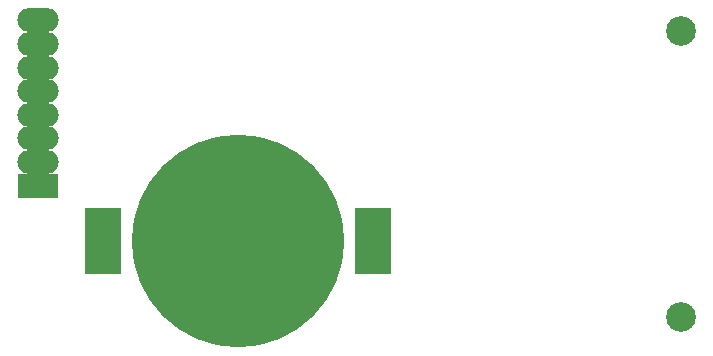
<source format=gbs>
G04 (created by PCBNEW-RS274X (2010-05-05 BZR 2356)-stable) date 13/05/2011 9:30:07 a.m.*
G01*
G70*
G90*
%MOIN*%
G04 Gerber Fmt 3.4, Leading zero omitted, Abs format*
%FSLAX34Y34*%
G04 APERTURE LIST*
%ADD10C,0.006000*%
%ADD11R,0.120000X0.220800*%
%ADD12C,0.708600*%
%ADD13O,0.138100X0.079100*%
%ADD14R,0.138100X0.079100*%
%ADD15C,0.098700*%
G04 APERTURE END LIST*
G54D10*
G54D11*
X22755Y-29291D03*
X31771Y-29291D03*
G54D12*
X27283Y-29291D03*
G54D13*
X20591Y-25865D03*
X20591Y-26652D03*
G54D14*
X20591Y-27440D03*
G54D13*
X20591Y-25078D03*
X20591Y-24290D03*
X20591Y-23503D03*
X20591Y-22716D03*
X20591Y-21929D03*
G54D15*
X42048Y-31807D03*
X42048Y-22279D03*
M02*

</source>
